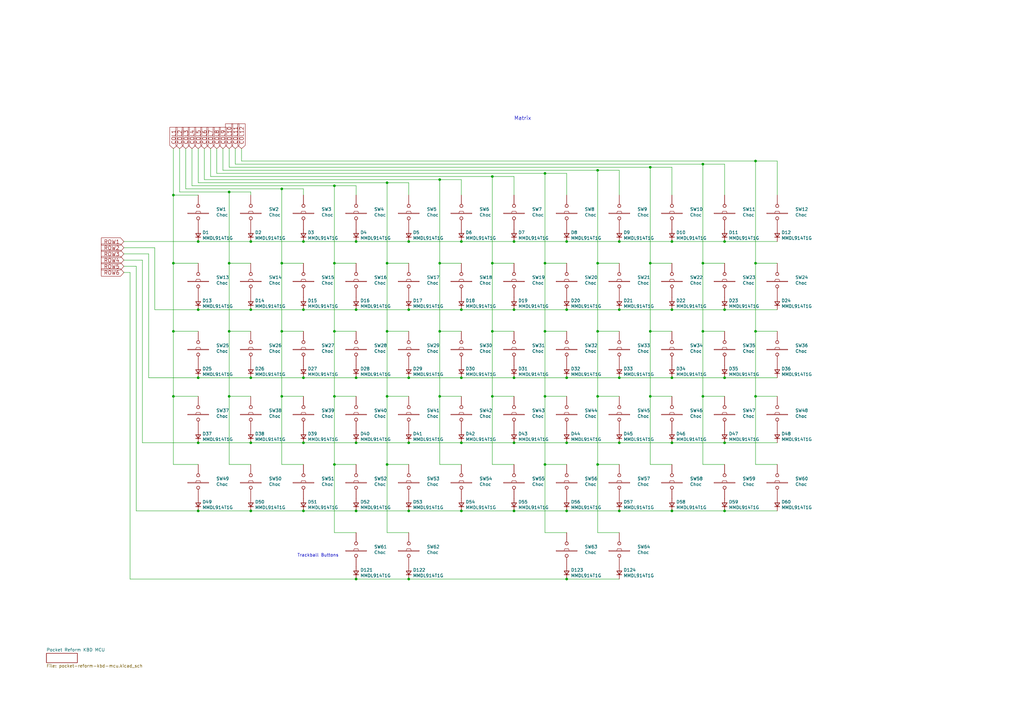
<source format=kicad_sch>
(kicad_sch (version 20211123) (generator eeschema)
  (paper "A3")
  (junction (at 115.57 77.47))
  (junction (at 137.16 135.89))
  (junction (at 297.18 209.55))
  (junction (at 167.64 209.55))
  (junction (at 223.52 135.89))
  (junction (at 137.16 162.56))
  (junction (at 210.82 209.55))
  (junction (at 210.82 181.61))
  (junction (at 146.05 99.06))
  (junction (at 93.98 135.89))
  (junction (at 223.52 162.56))
  (junction (at 158.75 162.56))
  (junction (at 146.05 209.55))
  (junction (at 201.93 135.89))
  (junction (at 115.57 135.89))
  (junction (at 232.41 209.55))
  (junction (at 167.64 99.06))
  (junction (at 245.11 190.5))
  (junction (at 275.59 99.06))
  (junction (at 158.75 74.93))
  (junction (at 309.88 107.95))
  (junction (at 245.11 107.95))
  (junction (at 167.64 237.49))
  (junction (at 309.88 162.56))
  (junction (at 167.64 154.94))
  (junction (at 266.7 162.56))
  (junction (at 288.29 162.56))
  (junction (at 158.75 190.5))
  (junction (at 275.59 209.55))
  (junction (at 158.75 107.95))
  (junction (at 223.52 190.5))
  (junction (at 288.29 67.31))
  (junction (at 254 209.55))
  (junction (at 93.98 162.56))
  (junction (at 115.57 162.56))
  (junction (at 71.12 107.95))
  (junction (at 266.7 68.58))
  (junction (at 137.16 107.95))
  (junction (at 275.59 154.94))
  (junction (at 102.87 127))
  (junction (at 93.98 78.74))
  (junction (at 210.82 154.94))
  (junction (at 167.64 127))
  (junction (at 71.12 135.89))
  (junction (at 180.34 73.66))
  (junction (at 232.41 99.06))
  (junction (at 266.7 135.89))
  (junction (at 189.23 99.06))
  (junction (at 201.93 162.56))
  (junction (at 102.87 99.06))
  (junction (at 81.28 127))
  (junction (at 189.23 181.61))
  (junction (at 254 181.61))
  (junction (at 254 154.94))
  (junction (at 102.87 181.61))
  (junction (at 81.28 181.61))
  (junction (at 93.98 107.95))
  (junction (at 124.46 127))
  (junction (at 124.46 181.61))
  (junction (at 297.18 154.94))
  (junction (at 297.18 127))
  (junction (at 158.75 135.89))
  (junction (at 232.41 237.49))
  (junction (at 102.87 209.55))
  (junction (at 245.11 69.85))
  (junction (at 232.41 181.61))
  (junction (at 137.16 190.5))
  (junction (at 201.93 72.39))
  (junction (at 254 127))
  (junction (at 81.28 99.06))
  (junction (at 288.29 107.95))
  (junction (at 124.46 154.94))
  (junction (at 146.05 237.49))
  (junction (at 254 99.06))
  (junction (at 189.23 209.55))
  (junction (at 309.88 66.04))
  (junction (at 210.82 99.06))
  (junction (at 180.34 107.95))
  (junction (at 297.18 181.61))
  (junction (at 245.11 135.89))
  (junction (at 232.41 127))
  (junction (at 297.18 99.06))
  (junction (at 124.46 99.06))
  (junction (at 71.12 162.56))
  (junction (at 124.46 209.55))
  (junction (at 210.82 127))
  (junction (at 223.52 71.12))
  (junction (at 245.11 162.56))
  (junction (at 146.05 127))
  (junction (at 115.57 107.95))
  (junction (at 167.64 181.61))
  (junction (at 266.7 107.95))
  (junction (at 189.23 127))
  (junction (at 81.28 209.55))
  (junction (at 275.59 127))
  (junction (at 137.16 76.2))
  (junction (at 275.59 181.61))
  (junction (at 146.05 154.94))
  (junction (at 201.93 107.95))
  (junction (at 81.28 154.94))
  (junction (at 71.12 80.01))
  (junction (at 146.05 181.61))
  (junction (at 180.34 135.89))
  (junction (at 288.29 135.89))
  (junction (at 180.34 162.56))
  (junction (at 309.88 135.89))
  (junction (at 189.23 154.94))
  (junction (at 223.52 107.95))
  (junction (at 232.41 154.94))
  (junction (at 102.87 154.94))
  (wire (pts (xy 71.12 135.89) (xy 71.12 162.56)))
  (wire (pts (xy 232.41 190.5) (xy 223.52 190.5)))
  (wire (pts (xy 266.7 107.95) (xy 266.7 135.89)))
  (wire (pts (xy 309.88 66.04) (xy 99.06 66.04)))
  (wire (pts (xy 58.42 181.61) (xy 81.28 181.61)))
  (wire (pts (xy 189.23 127) (xy 210.82 127)))
  (wire (pts (xy 232.41 237.49) (xy 254 237.49)))
  (wire (pts (xy 71.12 107.95) (xy 71.12 135.89)))
  (wire (pts (xy 167.64 181.61) (xy 189.23 181.61)))
  (wire (pts (xy 146.05 181.61) (xy 167.64 181.61)))
  (wire (pts (xy 124.46 209.55) (xy 146.05 209.55)))
  (wire (pts (xy 266.7 135.89) (xy 266.7 162.56)))
  (wire (pts (xy 245.11 107.95) (xy 245.11 135.89)))
  (wire (pts (xy 210.82 162.56) (xy 201.93 162.56)))
  (wire (pts (xy 223.52 162.56) (xy 223.52 190.5)))
  (wire (pts (xy 50.8 99.06) (xy 81.28 99.06)))
  (wire (pts (xy 201.93 162.56) (xy 201.93 190.5)))
  (wire (pts (xy 210.82 209.55) (xy 232.41 209.55)))
  (wire (pts (xy 288.29 67.31) (xy 288.29 107.95)))
  (wire (pts (xy 158.75 74.93) (xy 167.64 74.93)))
  (wire (pts (xy 146.05 154.94) (xy 167.64 154.94)))
  (wire (pts (xy 76.2 77.47) (xy 115.57 77.47)))
  (wire (pts (xy 146.05 99.06) (xy 167.64 99.06)))
  (wire (pts (xy 275.59 209.55) (xy 297.18 209.55)))
  (wire (pts (xy 309.88 162.56) (xy 309.88 190.5)))
  (wire (pts (xy 288.29 107.95) (xy 288.29 135.89)))
  (wire (pts (xy 266.7 162.56) (xy 266.7 190.5)))
  (wire (pts (xy 223.52 71.12) (xy 223.52 107.95)))
  (wire (pts (xy 318.77 107.95) (xy 309.88 107.95)))
  (wire (pts (xy 91.44 60.96) (xy 91.44 69.85)))
  (wire (pts (xy 167.64 162.56) (xy 158.75 162.56)))
  (wire (pts (xy 210.82 135.89) (xy 201.93 135.89)))
  (wire (pts (xy 210.82 99.06) (xy 232.41 99.06)))
  (wire (pts (xy 158.75 107.95) (xy 158.75 135.89)))
  (wire (pts (xy 254 162.56) (xy 245.11 162.56)))
  (wire (pts (xy 201.93 107.95) (xy 201.93 135.89)))
  (wire (pts (xy 266.7 68.58) (xy 266.7 107.95)))
  (wire (pts (xy 210.82 181.61) (xy 232.41 181.61)))
  (wire (pts (xy 81.28 190.5) (xy 71.12 190.5)))
  (wire (pts (xy 158.75 218.44) (xy 167.64 218.44)))
  (wire (pts (xy 137.16 76.2) (xy 146.05 76.2)))
  (wire (pts (xy 167.64 237.49) (xy 232.41 237.49)))
  (wire (pts (xy 124.46 107.95) (xy 115.57 107.95)))
  (wire (pts (xy 102.87 127) (xy 124.46 127)))
  (wire (pts (xy 115.57 162.56) (xy 115.57 190.5)))
  (wire (pts (xy 146.05 190.5) (xy 137.16 190.5)))
  (wire (pts (xy 167.64 154.94) (xy 189.23 154.94)))
  (wire (pts (xy 309.88 135.89) (xy 309.88 162.56)))
  (wire (pts (xy 146.05 237.49) (xy 167.64 237.49)))
  (wire (pts (xy 232.41 135.89) (xy 223.52 135.89)))
  (wire (pts (xy 146.05 162.56) (xy 137.16 162.56)))
  (wire (pts (xy 93.98 135.89) (xy 93.98 162.56)))
  (wire (pts (xy 76.2 60.96) (xy 76.2 77.47)))
  (wire (pts (xy 93.98 68.58) (xy 266.7 68.58)))
  (wire (pts (xy 71.12 60.96) (xy 71.12 80.01)))
  (wire (pts (xy 81.28 135.89) (xy 71.12 135.89)))
  (wire (pts (xy 71.12 80.01) (xy 71.12 107.95)))
  (wire (pts (xy 158.75 74.93) (xy 158.75 107.95)))
  (wire (pts (xy 88.9 60.96) (xy 88.9 71.12)))
  (wire (pts (xy 232.41 181.61) (xy 254 181.61)))
  (wire (pts (xy 50.8 111.76) (xy 53.34 111.76)))
  (wire (pts (xy 83.82 60.96) (xy 83.82 73.66)))
  (wire (pts (xy 223.52 218.44) (xy 232.41 218.44)))
  (wire (pts (xy 96.52 60.96) (xy 96.52 67.31)))
  (wire (pts (xy 93.98 107.95) (xy 93.98 135.89)))
  (wire (pts (xy 58.42 106.68) (xy 50.8 106.68)))
  (wire (pts (xy 146.05 107.95) (xy 137.16 107.95)))
  (wire (pts (xy 223.52 71.12) (xy 232.41 71.12)))
  (wire (pts (xy 102.87 162.56) (xy 93.98 162.56)))
  (wire (pts (xy 102.87 181.61) (xy 124.46 181.61)))
  (wire (pts (xy 297.18 154.94) (xy 318.77 154.94)))
  (wire (pts (xy 189.23 107.95) (xy 180.34 107.95)))
  (wire (pts (xy 115.57 107.95) (xy 115.57 135.89)))
  (wire (pts (xy 124.46 127) (xy 146.05 127)))
  (wire (pts (xy 81.28 80.01) (xy 71.12 80.01)))
  (wire (pts (xy 58.42 181.61) (xy 58.42 106.68)))
  (wire (pts (xy 189.23 154.94) (xy 210.82 154.94)))
  (wire (pts (xy 189.23 181.61) (xy 210.82 181.61)))
  (wire (pts (xy 124.46 162.56) (xy 115.57 162.56)))
  (wire (pts (xy 167.64 107.95) (xy 158.75 107.95)))
  (wire (pts (xy 81.28 181.61) (xy 102.87 181.61)))
  (wire (pts (xy 275.59 99.06) (xy 297.18 99.06)))
  (wire (pts (xy 81.28 99.06) (xy 102.87 99.06)))
  (wire (pts (xy 180.34 73.66) (xy 189.23 73.66)))
  (wire (pts (xy 232.41 162.56) (xy 223.52 162.56)))
  (wire (pts (xy 124.46 135.89) (xy 115.57 135.89)))
  (wire (pts (xy 146.05 209.55) (xy 167.64 209.55)))
  (wire (pts (xy 189.23 135.89) (xy 180.34 135.89)))
  (wire (pts (xy 318.77 135.89) (xy 309.88 135.89)))
  (wire (pts (xy 124.46 77.47) (xy 124.46 80.01)))
  (wire (pts (xy 93.98 162.56) (xy 93.98 190.5)))
  (wire (pts (xy 81.28 209.55) (xy 102.87 209.55)))
  (wire (pts (xy 137.16 218.44) (xy 137.16 190.5)))
  (wire (pts (xy 245.11 135.89) (xy 245.11 162.56)))
  (wire (pts (xy 88.9 71.12) (xy 223.52 71.12)))
  (wire (pts (xy 78.74 76.2) (xy 137.16 76.2)))
  (wire (pts (xy 297.18 209.55) (xy 318.77 209.55)))
  (wire (pts (xy 210.82 127) (xy 232.41 127)))
  (wire (pts (xy 86.36 60.96) (xy 86.36 72.39)))
  (wire (pts (xy 254 99.06) (xy 275.59 99.06)))
  (wire (pts (xy 297.18 162.56) (xy 288.29 162.56)))
  (wire (pts (xy 115.57 135.89) (xy 115.57 162.56)))
  (wire (pts (xy 245.11 69.85) (xy 245.11 107.95)))
  (wire (pts (xy 297.18 107.95) (xy 288.29 107.95)))
  (wire (pts (xy 55.88 109.22) (xy 55.88 209.55)))
  (wire (pts (xy 124.46 154.94) (xy 146.05 154.94)))
  (wire (pts (xy 288.29 190.5) (xy 297.18 190.5)))
  (wire (pts (xy 180.34 162.56) (xy 180.34 190.5)))
  (wire (pts (xy 86.36 72.39) (xy 201.93 72.39)))
  (wire (pts (xy 73.66 60.96) (xy 73.66 78.74)))
  (wire (pts (xy 60.96 104.14) (xy 60.96 154.94)))
  (wire (pts (xy 245.11 69.85) (xy 254 69.85)))
  (wire (pts (xy 297.18 99.06) (xy 318.77 99.06)))
  (wire (pts (xy 167.64 99.06) (xy 189.23 99.06)))
  (wire (pts (xy 102.87 135.89) (xy 93.98 135.89)))
  (wire (pts (xy 180.34 135.89) (xy 180.34 162.56)))
  (wire (pts (xy 102.87 107.95) (xy 93.98 107.95)))
  (wire (pts (xy 102.87 99.06) (xy 124.46 99.06)))
  (wire (pts (xy 167.64 127) (xy 189.23 127)))
  (wire (pts (xy 318.77 162.56) (xy 309.88 162.56)))
  (wire (pts (xy 275.59 107.95) (xy 266.7 107.95)))
  (wire (pts (xy 93.98 78.74) (xy 102.87 78.74)))
  (wire (pts (xy 180.34 190.5) (xy 189.23 190.5)))
  (wire (pts (xy 158.75 135.89) (xy 158.75 162.56)))
  (wire (pts (xy 91.44 69.85) (xy 245.11 69.85)))
  (wire (pts (xy 201.93 135.89) (xy 201.93 162.56)))
  (wire (pts (xy 115.57 77.47) (xy 124.46 77.47)))
  (wire (pts (xy 167.64 74.93) (xy 167.64 80.01)))
  (wire (pts (xy 167.64 135.89) (xy 158.75 135.89)))
  (wire (pts (xy 102.87 209.55) (xy 124.46 209.55)))
  (wire (pts (xy 167.64 209.55) (xy 189.23 209.55)))
  (wire (pts (xy 63.5 101.6) (xy 63.5 127)))
  (wire (pts (xy 146.05 76.2) (xy 146.05 80.01)))
  (wire (pts (xy 189.23 209.55) (xy 210.82 209.55)))
  (wire (pts (xy 78.74 60.96) (xy 78.74 76.2)))
  (wire (pts (xy 124.46 181.61) (xy 146.05 181.61)))
  (wire (pts (xy 210.82 107.95) (xy 201.93 107.95)))
  (wire (pts (xy 266.7 190.5) (xy 275.59 190.5)))
  (wire (pts (xy 102.87 190.5) (xy 93.98 190.5)))
  (wire (pts (xy 254 154.94) (xy 275.59 154.94)))
  (wire (pts (xy 124.46 99.06) (xy 146.05 99.06)))
  (wire (pts (xy 180.34 73.66) (xy 180.34 107.95)))
  (wire (pts (xy 318.77 66.04) (xy 318.77 80.01)))
  (wire (pts (xy 102.87 78.74) (xy 102.87 80.01)))
  (wire (pts (xy 71.12 162.56) (xy 71.12 190.5)))
  (wire (pts (xy 83.82 73.66) (xy 180.34 73.66)))
  (wire (pts (xy 245.11 190.5) (xy 245.11 218.44)))
  (wire (pts (xy 288.29 135.89) (xy 288.29 162.56)))
  (wire (pts (xy 254 69.85) (xy 254 80.01)))
  (wire (pts (xy 223.52 135.89) (xy 223.52 162.56)))
  (wire (pts (xy 93.98 68.58) (xy 93.98 60.96)))
  (wire (pts (xy 55.88 209.55) (xy 81.28 209.55)))
  (wire (pts (xy 254 209.55) (xy 275.59 209.55)))
  (wire (pts (xy 223.52 190.5) (xy 223.52 218.44)))
  (wire (pts (xy 189.23 162.56) (xy 180.34 162.56)))
  (wire (pts (xy 309.88 107.95) (xy 309.88 135.89)))
  (wire (pts (xy 245.11 162.56) (xy 245.11 190.5)))
  (wire (pts (xy 309.88 190.5) (xy 318.77 190.5)))
  (wire (pts (xy 288.29 67.31) (xy 297.18 67.31)))
  (wire (pts (xy 297.18 127) (xy 318.77 127)))
  (wire (pts (xy 115.57 77.47) (xy 115.57 107.95)))
  (wire (pts (xy 210.82 72.39) (xy 210.82 80.01)))
  (wire (pts (xy 223.52 107.95) (xy 223.52 135.89)))
  (wire (pts (xy 275.59 127) (xy 297.18 127)))
  (wire (pts (xy 180.34 107.95) (xy 180.34 135.89)))
  (wire (pts (xy 275.59 68.58) (xy 275.59 80.01)))
  (wire (pts (xy 81.28 154.94) (xy 102.87 154.94)))
  (wire (pts (xy 158.75 190.5) (xy 158.75 218.44)))
  (wire (pts (xy 81.28 107.95) (xy 71.12 107.95)))
  (wire (pts (xy 254 107.95) (xy 245.11 107.95)))
  (wire (pts (xy 99.06 66.04) (xy 99.06 60.96)))
  (wire (pts (xy 232.41 99.06) (xy 254 99.06)))
  (wire (pts (xy 189.23 73.66) (xy 189.23 80.01)))
  (wire (pts (xy 245.11 218.44) (xy 254 218.44)))
  (wire (pts (xy 189.23 99.06) (xy 210.82 99.06)))
  (wire (pts (xy 158.75 162.56) (xy 158.75 190.5)))
  (wire (pts (xy 297.18 67.31) (xy 297.18 80.01)))
  (wire (pts (xy 254 127) (xy 275.59 127)))
  (wire (pts (xy 96.52 67.31) (xy 288.29 67.31)))
  (wire (pts (xy 81.28 74.93) (xy 158.75 74.93)))
  (wire (pts (xy 73.66 78.74) (xy 93.98 78.74)))
  (wire (pts (xy 288.29 162.56) (xy 288.29 190.5)))
  (wire (pts (xy 201.93 72.39) (xy 201.93 107.95)))
  (wire (pts (xy 146.05 127) (xy 167.64 127)))
  (wire (pts (xy 232.41 154.94) (xy 254 154.94)))
  (wire (pts (xy 102.87 154.94) (xy 124.46 154.94)))
  (wire (pts (xy 232.41 71.12) (xy 232.41 80.01)))
  (wire (pts (xy 146.05 218.44) (xy 137.16 218.44)))
  (wire (pts (xy 275.59 154.94) (xy 297.18 154.94)))
  (wire (pts (xy 146.05 135.89) (xy 137.16 135.89)))
  (wire (pts (xy 297.18 135.89) (xy 288.29 135.89)))
  (wire (pts (xy 232.41 127) (xy 254 127)))
  (wire (pts (xy 210.82 154.94) (xy 232.41 154.94)))
  (wire (pts (xy 93.98 78.74) (xy 93.98 107.95)))
  (wire (pts (xy 158.75 190.5) (xy 167.64 190.5)))
  (wire (pts (xy 245.11 190.5) (xy 254 190.5)))
  (wire (pts (xy 137.16 135.89) (xy 137.16 162.56)))
  (wire (pts (xy 81.28 127) (xy 102.87 127)))
  (wire (pts (xy 50.8 104.14) (xy 60.96 104.14)))
  (wire (pts (xy 124.46 190.5) (xy 115.57 190.5)))
  (wire (pts (xy 275.59 181.61) (xy 297.18 181.61)))
  (wire (pts (xy 266.7 162.56) (xy 275.59 162.56)))
  (wire (pts (xy 266.7 135.89) (xy 275.59 135.89)))
  (wire (pts (xy 254 135.89) (xy 245.11 135.89)))
  (wire (pts (xy 254 181.61) (xy 275.59 181.61)))
  (wire (pts (xy 50.8 101.6) (xy 63.5 101.6)))
  (wire (pts (xy 81.28 60.96) (xy 81.28 74.93)))
  (wire (pts (xy 71.12 162.56) (xy 81.28 162.56)))
  (wire (pts (xy 63.5 127) (xy 81.28 127)))
  (wire (pts (xy 201.93 190.5) (xy 210.82 190.5)))
  (wire (pts (xy 53.34 111.76) (xy 53.34 237.49)))
  (wire (pts (xy 232.41 209.55) (xy 254 209.55)))
  (wire (pts (xy 309.88 66.04) (xy 309.88 107.95)))
  (wire (pts (xy 60.96 154.94) (xy 81.28 154.94)))
  (wire (pts (xy 137.16 107.95) (xy 137.16 135.89)))
  (wire (pts (xy 232.41 107.95) (xy 223.52 107.95)))
  (wire (pts (xy 50.8 109.22) (xy 55.88 109.22)))
  (wire (pts (xy 53.34 237.49) (xy 146.05 237.49)))
  (wire (pts (xy 137.16 162.56) (xy 137.16 190.5)))
  (wire (pts (xy 297.18 181.61) (xy 318.77 181.61)))
  (wire (pts (xy 201.93 72.39) (xy 210.82 72.39)))
  (wire (pts (xy 309.88 66.04) (xy 318.77 66.04)))
  (wire (pts (xy 266.7 68.58) (xy 275.59 68.58)))
  (wire (pts (xy 137.16 76.2) (xy 137.16 107.95)))
  (text "Trackball Buttons" (at 121.92 228.6 0) (effects (font (size 1.27 1.27)) (justify left bottom)))
  (text "Matrix" (at 210.82 49.53 0) (effects (font (size 1.524 1.524)) (justify left bottom)))
  (global_label "COL2" (shape input) (at 73.66 60.96 90) (effects (font (size 1.524 1.524))) (property "Intersheet References" "${INTERSHEET_REFS}" (effects hide)))
  (global_label "COL1" (shape input) (at 71.12 60.96 90) (effects (font (size 1.524 1.524))) (property "Intersheet References" "${INTERSHEET_REFS}" (effects hide)))
  (global_label "ROW5" (shape input) (at 50.8 109.22 180) (effects (font (size 1.524 1.524))) (property "Intersheet References" "${INTERSHEET_REFS}" (effects hide)))
  (global_label "COL4" (shape input) (at 78.74 60.96 90) (effects (font (size 1.524 1.524))) (property "Intersheet References" "${INTERSHEET_REFS}" (effects hide)))
  (global_label "COL11" (shape input) (at 96.52 60.96 90) (effects (font (size 1.524 1.524))) (property "Intersheet References" "${INTERSHEET_REFS}" (effects hide)))
  (global_label "ROW1" (shape input) (at 50.8 99.06 180) (effects (font (size 1.524 1.524))) (property "Intersheet References" "${INTERSHEET_REFS}" (effects hide)))
  (global_label "COL8" (shape input) (at 88.9 60.96 90) (effects (font (size 1.524 1.524))) (property "Intersheet References" "${INTERSHEET_REFS}" (effects hide)))
  (global_label "COL12" (shape input) (at 99.06 60.96 90) (effects (font (size 1.524 1.524))) (property "Intersheet References" "${INTERSHEET_REFS}" (effects hide)))
  (global_label "ROW4" (shape input) (at 50.8 106.68 180) (effects (font (size 1.524 1.524))) (property "Intersheet References" "${INTERSHEET_REFS}" (effects hide)))
  (global_label "COL6" (shape input) (at 83.82 60.96 90) (effects (font (size 1.524 1.524))) (property "Intersheet References" "${INTERSHEET_REFS}" (effects hide)))
  (global_label "COL10" (shape input) (at 93.98 60.96 90) (effects (font (size 1.524 1.524))) (property "Intersheet References" "${INTERSHEET_REFS}" (effects hide)))
  (global_label "COL3" (shape input) (at 76.2 60.96 90) (effects (font (size 1.524 1.524))) (property "Intersheet References" "${INTERSHEET_REFS}" (effects hide)))
  (global_label "COL5" (shape input) (at 81.28 60.96 90) (effects (font (size 1.524 1.524))) (property "Intersheet References" "${INTERSHEET_REFS}" (effects hide)))
  (global_label "ROW3" (shape input) (at 50.8 104.14 180) (effects (font (size 1.524 1.524))) (property "Intersheet References" "${INTERSHEET_REFS}" (effects hide)))
  (global_label "ROW2" (shape input) (at 50.8 101.6 180) (effects (font (size 1.524 1.524))) (property "Intersheet References" "${INTERSHEET_REFS}" (effects hide)))
  (global_label "COL7" (shape input) (at 86.36 60.96 90) (effects (font (size 1.524 1.524))) (property "Intersheet References" "${INTERSHEET_REFS}" (effects hide)))
  (global_label "COL9" (shape input) (at 91.44 60.96 90) (effects (font (size 1.524 1.524))) (property "Intersheet References" "${INTERSHEET_REFS}" (effects hide)))
  (global_label "ROW6" (shape input) (at 50.8 111.76 180) (effects (font (size 1.524 1.524))) (property "Intersheet References" "${INTERSHEET_REFS}" (effects hide)))
  (symbol (lib_id "mntcomp-keyboard:Choc") (at 81.28 88.9 0) (unit 1)
    (property "Reference" "SW1" (at 88.6714 85.8266 0) (effects (justify left)))
    (property "Value" "Choc" (at 88.6714 88.138 0) (effects (justify left)))
    (property "Footprint" "keyswitches:PG1350" (effects hide))
    (property "Manufacturer" "Kailh" (effects hide))
    (property "Manufacturer_No" "CPG135001D02" (effects hide))
    (property "LCSC" "C400231" (effects hide))
  )
  (symbol (lib_id "mntcomp-keyboard:Choc") (at 102.87 88.9 0) (unit 1)
    (property "Reference" "SW2" (at 110.2614 85.8266 0) (effects (justify left)))
    (property "Value" "Choc" (at 110.2614 88.138 0) (effects (justify left)))
    (property "Footprint" "keyswitches:PG1350" (effects hide))
    (property "Manufacturer" "Kailh" (effects hide))
    (property "Manufacturer_No" "CPG135001D02" (effects hide))
    (property "LCSC" "C400231" (effects hide))
  )
  (symbol (lib_id "Device:D_Small") (at 81.28 96.52 90) (unit 1)
    (property "Reference" "D1" (at 83.0072 95.3516 90) (effects (justify right)))
    (property "Value" "MMDL914T1G" (at 83.0072 97.663 90) (effects (justify right)))
    (property "Footprint" "Diode_SMD:D_0603_1608Metric_Pad1.05x0.95mm_HandSolder" (effects hide))
    (property "Manufacturer" "ON" (effects hide))
    (property "Manufacturer_No" "MMDL914T1G" (effects hide))
    (property "LCSC" "C193404" (effects hide))
  )
  (symbol (lib_id "Device:D_Small") (at 102.87 96.52 90) (unit 1)
    (property "Reference" "D2" (at 104.5972 95.3516 90) (effects (justify right)))
    (property "Value" "MMDL914T1G" (at 104.5972 97.663 90) (effects (justify right)))
    (property "Footprint" "Diode_SMD:D_0603_1608Metric_Pad1.05x0.95mm_HandSolder" (effects hide))
    (property "Manufacturer" "ON" (effects hide))
    (property "Manufacturer_No" "MMDL914T1G" (effects hide))
    (property "LCSC" "C193404" (effects hide))
  )
  (symbol (lib_id "mntcomp-keyboard:Choc") (at 124.46 88.9 0) (unit 1)
    (property "Reference" "SW3" (at 131.8514 85.8266 0) (effects (justify left)))
    (property "Value" "Choc" (at 131.8514 88.138 0) (effects (justify left)))
    (property "Footprint" "keyswitches:PG1350" (effects hide))
    (property "Manufacturer" "Kailh" (effects hide))
    (property "Manufacturer_No" "CPG135001D02" (effects hide))
    (property "LCSC" "C400231" (effects hide))
  )
  (symbol (lib_id "mntcomp-keyboard:Choc") (at 146.05 88.9 0) (unit 1)
    (property "Reference" "SW4" (at 153.4414 85.8266 0) (effects (justify left)))
    (property "Value" "Choc" (at 153.4414 88.138 0) (effects (justify left)))
    (property "Footprint" "keyswitches:PG1350" (effects hide))
    (property "Manufacturer" "Kailh" (effects hide))
    (property "Manufacturer_No" "CPG135001D02" (effects hide))
    (property "LCSC" "C400231" (effects hide))
  )
  (symbol (lib_id "Device:D_Small") (at 124.46 96.52 90) (unit 1)
    (property "Reference" "D3" (at 126.1872 95.3516 90) (effects (justify right)))
    (property "Value" "MMDL914T1G" (at 126.1872 97.663 90) (effects (justify right)))
    (property "Footprint" "Diode_SMD:D_0603_1608Metric_Pad1.05x0.95mm_HandSolder" (effects hide))
    (property "Manufacturer" "ON" (effects hide))
    (property "Manufacturer_No" "MMDL914T1G" (effects hide))
    (property "LCSC" "C193404" (effects hide))
  )
  (symbol (lib_id "Device:D_Small") (at 146.05 96.52 90) (unit 1)
    (property "Reference" "D4" (at 147.7772 95.3516 90) (effects (justify right)))
    (property "Value" "MMDL914T1G" (at 147.7772 97.663 90) (effects (justify right)))
    (property "Footprint" "Diode_SMD:D_0603_1608Metric_Pad1.05x0.95mm_HandSolder" (effects hide))
    (property "Manufacturer" "ON" (effects hide))
    (property "Manufacturer_No" "MMDL914T1G" (effects hide))
    (property "LCSC" "C193404" (effects hide))
  )
  (symbol (lib_id "mntcomp-keyboard:Choc") (at 167.64 88.9 0) (unit 1)
    (property "Reference" "SW5" (at 175.0314 85.8266 0) (effects (justify left)))
    (property "Value" "Choc" (at 175.0314 88.138 0) (effects (justify left)))
    (property "Footprint" "keyswitches:PG1350" (effects hide))
    (property "Manufacturer" "Kailh" (effects hide))
    (property "Manufacturer_No" "CPG135001D02" (effects hide))
    (property "LCSC" "C400231" (effects hide))
  )
  (symbol (lib_id "mntcomp-keyboard:Choc") (at 189.23 88.9 0) (unit 1)
    (property "Reference" "SW6" (at 196.6214 85.8266 0) (effects (justify left)))
    (property "Value" "Choc" (at 196.6214 88.138 0) (effects (justify left)))
    (property "Footprint" "keyswitches:PG1350" (effects hide))
    (property "Manufacturer" "Kailh" (effects hide))
    (property "Manufacturer_No" "CPG135001D02" (effects hide))
    (property "LCSC" "C400231" (effects hide))
  )
  (symbol (lib_id "Device:D_Small") (at 167.64 96.52 90) (unit 1)
    (property "Reference" "D5" (at 169.3672 95.3516 90) (effects (justify right)))
    (property "Value" "MMDL914T1G" (at 169.3672 97.663 90) (effects (justify right)))
    (property "Footprint" "Diode_SMD:D_0603_1608Metric_Pad1.05x0.95mm_HandSolder" (effects hide))
    (property "Manufacturer" "ON" (effects hide))
    (property "Manufacturer_No" "MMDL914T1G" (effects hide))
    (property "LCSC" "C193404" (effects hide))
  )
  (symbol (lib_id "Device:D_Small") (at 189.23 96.52 90) (unit 1)
    (property "Reference" "D6" (at 190.9572 95.3516 90) (effects (justify right)))
    (property "Value" "MMDL914T1G" (at 190.9572 97.663 90) (effects (justify right)))
    (property "Footprint" "Diode_SMD:D_0603_1608Metric_Pad1.05x0.95mm_HandSolder" (effects hide))
    (property "Manufacturer" "ON" (effects hide))
    (property "Manufacturer_No" "MMDL914T1G" (effects hide))
    (property "LCSC" "C193404" (effects hide))
  )
  (symbol (lib_id "mntcomp-keyboard:Choc") (at 210.82 88.9 0) (unit 1)
    (property "Reference" "SW7" (at 218.2114 85.8266 0) (effects (justify left)))
    (property "Value" "Choc" (at 218.2114 88.138 0) (effects (justify left)))
    (property "Footprint" "keyswitches:PG1350" (effects hide))
    (property "Manufacturer" "Kailh" (effects hide))
    (property "Manufacturer_No" "CPG135001D02" (effects hide))
    (property "LCSC" "C400231" (effects hide))
  )
  (symbol (lib_id "mntcomp-keyboard:Choc") (at 232.41 88.9 0) (unit 1)
    (property "Reference" "SW8" (at 239.8014 85.8266 0) (effects (justify left)))
    (property "Value" "Choc" (at 239.8014 88.138 0) (effects (justify left)))
    (property "Footprint" "keyswitches:PG1350" (effects hide))
    (property "Manufacturer" "Kailh" (effects hide))
    (property "Manufacturer_No" "CPG135001D02" (effects hide))
    (property "LCSC" "C400231" (effects hide))
  )
  (symbol (lib_id "Device:D_Small") (at 210.82 96.52 90) (unit 1)
    (property "Reference" "D7" (at 212.5472 95.3516 90) (effects (justify right)))
    (property "Value" "MMDL914T1G" (at 212.5472 97.663 90) (effects (justify right)))
    (property "Footprint" "Diode_SMD:D_0603_1608Metric_Pad1.05x0.95mm_HandSolder" (effects hide))
    (property "Manufacturer" "ON" (effects hide))
    (property "Manufacturer_No" "MMDL914T1G" (effects hide))
    (property "LCSC" "C193404" (effects hide))
  )
  (symbol (lib_id "Device:D_Small") (at 232.41 96.52 90) (unit 1)
    (property "Reference" "D8" (at 234.1372 95.3516 90) (effects (justify right)))
    (property "Value" "MMDL914T1G" (at 234.1372 97.663 90) (effects (justify right)))
    (property "Footprint" "Diode_SMD:D_0603_1608Metric_Pad1.05x0.95mm_HandSolder" (effects hide))
    (property "Manufacturer" "ON" (effects hide))
    (property "Manufacturer_No" "MMDL914T1G" (effects hide))
    (property "LCSC" "C193404" (effects hide))
  )
  (symbol (lib_id "mntcomp-keyboard:Choc") (at 254 88.9 0) (unit 1)
    (property "Reference" "SW9" (at 261.3914 85.8266 0) (effects (justify left)))
    (property "Value" "Choc" (at 261.3914 88.138 0) (effects (justify left)))
    (property "Footprint" "keyswitches:PG1350" (effects hide))
    (property "Manufacturer" "Kailh" (effects hide))
    (property "Manufacturer_No" "CPG135001D02" (effects hide))
    (property "LCSC" "C400231" (effects hide))
  )
  (symbol (lib_id "mntcomp-keyboard:Choc") (at 275.59 88.9 0) (unit 1)
    (property "Reference" "SW10" (at 282.9814 85.8266 0) (effects (justify left)))
    (property "Value" "Choc" (at 282.9814 88.138 0) (effects (justify left)))
    (property "Footprint" "keyswitches:PG1350" (effects hide))
    (property "Manufacturer" "Kailh" (effects hide))
    (property "Manufacturer_No" "CPG135001D02" (effects hide))
    (property "LCSC" "C400231" (effects hide))
  )
  (symbol (lib_id "Device:D_Small") (at 254 96.52 90) (unit 1)
    (property "Reference" "D9" (at 255.7272 95.3516 90) (effects (justify right)))
    (property "Value" "MMDL914T1G" (at 255.7272 97.663 90) (effects (justify right)))
    (property "Footprint" "Diode_SMD:D_0603_1608Metric_Pad1.05x0.95mm_HandSolder" (effects hide))
    (property "Manufacturer" "ON" (effects hide))
    (property "Manufacturer_No" "MMDL914T1G" (effects hide))
    (property "LCSC" "C193404" (effects hide))
  )
  (symbol (lib_id "Device:D_Small") (at 275.59 96.52 90) (unit 1)
    (property "Reference" "D10" (at 277.3172 95.3516 90) (effects (justify right)))
    (property "Value" "MMDL914T1G" (at 277.3172 97.663 90) (effects (justify right)))
    (property "Footprint" "Diode_SMD:D_0603_1608Metric_Pad1.05x0.95mm_HandSolder" (effects hide))
    (property "Manufacturer" "ON" (effects hide))
    (property "Manufacturer_No" "MMDL914T1G" (effects hide))
    (property "LCSC" "C193404" (effects hide))
  )
  (symbol (lib_id "mntcomp-keyboard:Choc") (at 297.18 88.9 0) (unit 1)
    (property "Reference" "SW11" (at 304.5714 85.8266 0) (effects (justify left)))
    (property "Value" "Choc" (at 304.5714 88.138 0) (effects (justify left)))
    (property "Footprint" "keyswitches:PG1350" (effects hide))
    (property "Manufacturer" "Kailh" (effects hide))
    (property "Manufacturer_No" "CPG135001D02" (effects hide))
    (property "LCSC" "C400231" (effects hide))
  )
  (symbol (lib_id "Device:D_Small") (at 297.18 96.52 90) (unit 1)
    (property "Reference" "D11" (at 298.9072 95.3516 90) (effects (justify right)))
    (property "Value" "MMDL914T1G" (at 298.9072 97.663 90) (effects (justify right)))
    (property "Footprint" "Diode_SMD:D_0603_1608Metric_Pad1.05x0.95mm_HandSolder" (effects hide))
    (property "Manufacturer" "ON" (effects hide))
    (property "Manufacturer_No" "MMDL914T1G" (effects hide))
    (property "LCSC" "C193404" (effects hide))
  )
  (symbol (lib_id "mntcomp-keyboard:Choc") (at 102.87 116.84 0) (unit 1)
    (property "Reference" "SW14" (at 110.2614 113.7666 0) (effects (justify left)))
    (property "Value" "Choc" (at 110.2614 116.078 0) (effects (justify left)))
    (property "Footprint" "keyswitches:PG1350" (effects hide))
    (property "Manufacturer" "Kailh" (effects hide))
    (property "Manufacturer_No" "CPG135001D02" (effects hide))
    (property "LCSC" "C400231" (effects hide))
  )
  (symbol (lib_id "mntcomp-keyboard:Choc") (at 124.46 116.84 0) (unit 1)
    (property "Reference" "SW15" (at 131.8514 113.7666 0) (effects (justify left)))
    (property "Value" "Choc" (at 131.8514 116.078 0) (effects (justify left)))
    (property "Footprint" "keyswitches:PG1350" (effects hide))
    (property "Manufacturer" "Kailh" (effects hide))
    (property "Manufacturer_No" "CPG135001D02" (effects hide))
    (property "LCSC" "C400231" (effects hide))
  )
  (symbol (lib_id "Device:D_Small") (at 102.87 124.46 90) (unit 1)
    (property "Reference" "D14" (at 104.5972 123.2916 90) (effects (justify right)))
    (property "Value" "MMDL914T1G" (at 104.5972 125.603 90) (effects (justify right)))
    (property "Footprint" "Diode_SMD:D_0603_1608Metric_Pad1.05x0.95mm_HandSolder" (effects hide))
    (property "Manufacturer" "ON" (effects hide))
    (property "Manufacturer_No" "MMDL914T1G" (effects hide))
    (property "LCSC" "C193404" (effects hide))
  )
  (symbol (lib_id "Device:D_Small") (at 124.46 124.46 90) (unit 1)
    (property "Reference" "D15" (at 126.1872 123.2916 90) (effects (justify right)))
    (property "Value" "MMDL914T1G" (at 126.1872 125.603 90) (effects (justify right)))
    (property "Footprint" "Diode_SMD:D_0603_1608Metric_Pad1.05x0.95mm_HandSolder" (effects hide))
    (property "Manufacturer" "ON" (effects hide))
    (property "Manufacturer_No" "MMDL914T1G" (effects hide))
    (property "LCSC" "C193404" (effects hide))
  )
  (symbol (lib_id "mntcomp-keyboard:Choc") (at 146.05 116.84 0) (unit 1)
    (property "Reference" "SW16" (at 153.4414 113.7666 0) (effects (justify left)))
    (property "Value" "Choc" (at 153.4414 116.078 0) (effects (justify left)))
    (property "Footprint" "keyswitches:PG1350" (effects hide))
    (property "Manufacturer" "Kailh" (effects hide))
    (property "Manufacturer_No" "CPG135001D02" (effects hide))
    (property "LCSC" "C400231" (effects hide))
  )
  (symbol (lib_id "mntcomp-keyboard:Choc") (at 167.64 116.84 0) (unit 1)
    (property "Reference" "SW17" (at 175.0314 113.7666 0) (effects (justify left)))
    (property "Value" "Choc" (at 175.0314 116.078 0) (effects (justify left)))
    (property "Footprint" "keyswitches:PG1350" (effects hide))
    (property "Manufacturer" "Kailh" (effects hide))
    (property "Manufacturer_No" "CPG135001D02" (effects hide))
    (property "LCSC" "C400231" (effects hide))
  )
  (symbol (lib_id "Device:D_Small") (at 146.05 124.46 90) (unit 1)
    (property "Reference" "D16" (at 147.7772 123.2916 90) (effects (justify right)))
    (property "Value" "MMDL914T1G" (at 147.7772 125.603 90) (effects (justify right)))
    (property "Footprint" "Diode_SMD:D_0603_1608Metric_Pad1.05x0.95mm_HandSolder" (effects hide))
    (property "Manufacturer" "ON" (effects hide))
    (property "Manufacturer_No" "MMDL914T1G" (effects hide))
    (property "LCSC" "C193404" (effects hide))
  )
  (symbol (lib_id "Device:D_Small") (at 167.64 124.46 90) (unit 1)
    (property "Reference" "D17" (at 169.3672 123.2916 90) (effects (justify right)))
    (property "Value" "MMDL914T1G" (at 169.3672 125.603 90) (effects (justify right)))
    (property "Footprint" "Diode_SMD:D_0603_1608Metric_Pad1.05x0.95mm_HandSolder" (effects hide))
    (property "Manufacturer" "ON" (effects hide))
    (property "Manufacturer_No" "MMDL914T1G" (effects hide))
    (property "LCSC" "C193404" (effects hide))
  )
  (symbol (lib_id "mntcomp-keyboard:Choc") (at 189.23 116.84 0) (unit 1)
    (property "Reference" "SW18" (at 196.6214 113.7666 0) (effects (justify left)))
    (property "Value" "Choc" (at 196.6214 116.078 0) (effects (justify left)))
    (property "Footprint" "keyswitches:PG1350" (effects hide))
    (property "Manufacturer" "Kailh" (effects hide))
    (property "Manufacturer_No" "CPG135001D02" (effects hide))
    (property "LCSC" "C400231" (effects hide))
  )
  (symbol (lib_id "mntcomp-keyboard:Choc") (at 210.82 116.84 0) (unit 1)
    (property "Reference" "SW19" (at 218.2114 113.7666 0) (effects (justify left)))
    (property "Value" "Choc" (at 218.2114 116.078 0) (effects (justify left)))
    (property "Footprint" "keyswitches:PG1350" (effects hide))
    (property "Manufacturer" "Kailh" (effects hide))
    (property "Manufacturer_No" "CPG135001D02" (effects hide))
    (property "LCSC" "C400231" (effects hide))
  )
  (symbol (lib_id "Device:D_Small") (at 189.23 124.46 90) (unit 1)
    (property "Reference" "D18" (at 190.9572 123.2916 90) (effects (justify right)))
    (property "Value" "MMDL914T1G" (at 190.9572 125.603 90) (effects (justify right)))
    (property "Footprint" "Diode_SMD:D_0603_1608Metric_Pad1.05x0.95mm_HandSolder" (effects hide))
    (property "Manufacturer" "ON" (effects hide))
    (property "Manufacturer_No" "MMDL914T1G" (effects hide))
    (property "LCSC" "C193404" (effects hide))
  )
  (symbol (lib_id "Device:D_Small") (at 210.82 124.46 90) (unit 1)
    (property "Reference" "D19" (at 212.5472 123.2916 90) (effects (justify right)))
    (property "Value" "MMDL914T1G" (at 212.5472 125.603 90) (effects (justify right)))
    (property "Footprint" "Diode_SMD:D_0603_1608Metric_Pad1.05x0.95mm_HandSolder" (effects hide))
    (property "Manufacturer" "ON" (effects hide))
    (property "Manufacturer_No" "MMDL914T1G" (effects hide))
    (property "LCSC" "C193404" (effects hide))
  )
  (symbol (lib_id "mntcomp-keyboard:Choc") (at 232.41 116.84 0) (unit 1)
    (property "Reference" "SW20" (at 239.8014 113.7666 0) (effects (justify left)))
    (property "Value" "Choc" (at 239.8014 116.078 0) (effects (justify left)))
    (property "Footprint" "keyswitches:PG1350" (effects hide))
    (property "Manufacturer" "Kailh" (effects hide))
    (property "Manufacturer_No" "CPG135001D02" (effects hide))
    (property "LCSC" "C400231" (effects hide))
  )
  (symbol (lib_id "mntcomp-keyboard:Choc") (at 254 116.84 0) (unit 1)
    (property "Reference" "SW21" (at 261.3914 113.7666 0) (effects (justify left)))
    (property "Value" "Choc" (at 261.3914 116.078 0) (effects (justify left)))
    (property "Footprint" "keyswitches:PG1350" (effects hide))
    (property "Manufacturer" "Kailh" (effects hide))
    (property "Manufacturer_No" "CPG135001D02" (effects hide))
    (property "LCSC" "C400231" (effects hide))
  )
  (symbol (lib_id "Device:D_Small") (at 232.41 124.46 90) (unit 1)
    (property "Reference" "D20" (at 234.1372 123.2916 90) (effects (justify right)))
    (property "Value" "MMDL914T1G" (at 234.1372 125.603 90) (effects (justify right)))
    (property "Footprint" "Diode_SMD:D_0603_1608Metric_Pad1.05x0.95mm_HandSolder" (effects hide))
    (property "Manufacturer" "ON" (effects hide))
    (property "Manufacturer_No" "MMDL914T1G" (effects hide))
    (property "LCSC" "C193404" (effects hide))
  )
  (symbol (lib_id "Device:D_Small") (at 254 124.46 90) (unit 1)
    (property "Reference" "D21" (at 255.7272 123.2916 90) (effects (justify right)))
    (property "Value" "MMDL914T1G" (at 255.7272 125.603 90) (effects (justify right)))
    (property "Footprint" "Diode_SMD:D_0603_1608Metric_Pad1.05x0.95mm_HandSolder" (effects hide))
    (property "Manufacturer" "ON" (effects hide))
    (property "Manufacturer_No" "MMDL914T1G" (effects hide))
    (property "LCSC" "C193404" (effects hide))
  )
  (symbol (lib_id "mntcomp-keyboard:Choc") (at 275.59 116.84 0) (unit 1)
    (property "Reference" "SW22" (at 282.9814 113.7666 0) (effects (justify left)))
    (property "Value" "Choc" (at 282.9814 116.078 0) (effects (justify left)))
    (property "Footprint" "keyswitches:PG1350" (effects hide))
    (property "Manufacturer" "Kailh" (effects hide))
    (property "Manufacturer_No" "CPG135001D02" (effects hide))
    (property "LCSC" "C400231" (effects hide))
  )
  (symbol (lib_id "mntcomp-keyboard:Choc") (at 297.18 116.84 0) (unit 1)
    (property "Reference" "SW23" (at 304.5714 113.7666 0) (effects (justify left)))
    (property "Value" "Choc" (at 304.5714 116.078 0) (effects (justify left)))
    (property "Footprint" "keyswitches:PG1350" (effects hide))
    (property "Manufacturer" "Kailh" (effects hide))
    (property "Manufacturer_No" "CPG135001D02" (effects hide))
    (property "LCSC" "C400231" (effects hide))
  )
  (symbol (lib_id "Device:D_Small") (at 275.59 124.46 90) (unit 1)
    (property "Reference" "D22" (at 277.3172 123.2916 90) (effects (justify right)))
    (property "Value" "MMDL914T1G" (at 277.3172 125.603 90) (effects (justify right)))
    (property "Footprint" "Diode_SMD:D_0603_1608Metric_Pad1.05x0.95mm_HandSolder" (effects hide))
    (property "Manufacturer" "ON" (effects hide))
    (property "Manufacturer_No" "MMDL914T1G" (effects hide))
    (property "LCSC" "C193404" (effects hide))
  )
  (symbol (lib_id "Device:D_Small") (at 297.18 124.46 90) (unit 1)
    (property "Reference" "D23" (at 298.9072 123.2916 90) (effects (justify right)))
    (property "Value" "MMDL914T1G" (at 298.9072 125.603 90) (effects (justify right)))
    (property "Footprint" "Diode_SMD:D_0603_1608Metric_Pad1.05x0.95mm_HandSolder" (effects hide))
    (property "Manufacturer" "ON" (effects hide))
    (property "Manufacturer_No" "MMDL914T1G" (effects hide))
    (property "LCSC" "C193404" (effects hide))
  )
  (symbol (lib_id "mntcomp-keyboard:Choc") (at 81.28 144.78 0) (unit 1)
    (property "Reference" "SW25" (at 88.6714 141.7066 0) (effects (justify left)))
    (property "Value" "Choc" (at 88.6714 144.018 0) (effects (justify left)))
    (property "Footprint" "keyswitches:PG1350" (effects hide))
    (property "Manufacturer" "Kailh" (effects hide))
    (property "Manufacturer_No" "CPG135001D02" (effects hide))
    (property "LCSC" "C400231" (effects hide))
  )
  (symbol (lib_id "Device:D_Small") (at 81.28 152.4 90) (unit 1)
    (property "Reference" "D25" (at 83.0072 151.2316 90) (effects (justify right)))
    (property "Value" "MMDL914T1G" (at 83.0072 153.543 90) (effects (justify right)))
    (property "Footprint" "Diode_SMD:D_0603_1608Metric_Pad1.05x0.95mm_HandSolder" (effects hide))
    (property "Manufacturer" "ON" (effects hide))
    (property "Manufacturer_No" "MMDL914T1G" (effects hide))
    (property "LCSC" "C193404" (effects hide))
  )
  (symbol (lib_id "mntcomp-keyboard:Choc") (at 102.87 144.78 0) (unit 1)
    (property "Reference" "SW26" (at 110.2614 141.7066 0) (effects (justify left)))
    (property "Value" "Choc" (at 110.2614 144.018 0) (effects (justify left)))
    (property "Footprint" "keyswitches:PG1350" (effects hide))
    (property "Manufacturer" "Kailh" (effects hide))
    (property "Manufacturer_No" "CPG135001D02" (effects hide))
    (property "LCSC" "C400231" (effects hide))
  )
  (symbol (lib_id "mntcomp-keyboard:Choc") (at 124.46 144.78 0) (unit 1)
    (property "Reference" "SW27" (at 131.8514 141.7066 0) (effects (justify left)))
    (property "Value" "Choc" (at 131.8514 144.018 0) (effects (justify left)))
    (property "Footprint" "keyswitches:PG1350" (effects hide))
    (property "Manufacturer" "Kailh" (effects hide))
    (property "Manufacturer_No" "CPG135001D02" (effects hide))
    (property "LCSC" "C400231" (effects hide))
  )
  (symbol (lib_id "Device:D_Small") (at 102.87 152.4 90) (unit 1)
    (property "Reference" "D26" (at 104.5972 151.2316 90) (effects (justify right)))
    (property "Value" "MMDL914T1G" (at 104.5972 153.543 90) (effects (justify right)))
    (property "Footprint" "Diode_SMD:D_0603_1608Metric_Pad1.05x0.95mm_HandSolder" (effects hide))
    (property "Manufacturer" "ON" (effects hide))
    (property "Manufacturer_No" "MMDL914T1G" (effects hide))
    (property "LCSC" "C193404" (effects hide))
  )
  (symbol (lib_id "Device:D_Small") (at 124.46 152.4 90) (unit 1)
    (property "Reference" "D27" (at 126.1872 151.2316 90) (effects (justify right)))
    (property "Value" "MMDL914T1G" (at 126.1872 153.543 90) (effects (justify right)))
    (property "Footprint" "Diode_SMD:D_0603_1608Metric_Pad1.05x0.95mm_HandSolder" (effects hide))
    (property "Manufacturer" "ON" (effects hide))
    (property "Manufacturer_No" "MMDL914T1G" (effects hide))
    (property "LCSC" "C193404" (effects hide))
  )
  (symbol (lib_id "mntcomp-keyboard:Choc") (at 146.05 144.78 0) (unit 1)
    (property "Reference" "SW28" (at 153.4414 141.7066 0) (effects (justify left)))
    (property "Value" "Choc" (at 153.4414 144.018 0) (effects (justify left)))
    (property "Footprint" "keyswitches:PG1350" (effects hide))
    (property "Manufacturer" "Kailh" (effects hide))
    (property "Manufacturer_No" "CPG135001D02" (effects hide))
    (property "LCSC" "C400231" (effects hide))
  )
  (symbol (lib_id "mntcomp-keyboard:Choc") (at 167.64 144.78 0) (unit 1)
    (property "Reference" "SW29" (at 175.0314 141.7066 0) (effects (justify left)))
    (property "Value" "Choc" (at 175.0314 144.018 0) (effects (justify left)))
    (property "Footprint" "keyswitches:PG1350" (effects hide))
    (property "Manufacturer" "Kailh" (effects hide))
    (property "Manufacturer_No" "CPG135001D02" (effects hide))
    (property "LCSC" "C400231" (effects hide))
  )
  (symbol (lib_id "Device:D_Small") (at 146.05 152.4 90) (unit 1)
    (property "Reference" "D28" (at 147.7772 151.2316 90) (effects (justify right)))
    (property "Value" "MMDL914T1G" (at 147.7772 153.543 90) (effects (justify right)))
    (property "Footprint" "Diode_SMD:D_0603_1608Metric_Pad1.05x0.95mm_HandSolder" (effects hide))
    (property "Manufacturer" "ON" (effects hide))
    (property "Manufacturer_No" "MMDL914T1G" (effects hide))
    (property "LCSC" "C193404" (effects hide))
  )
  (symbol (lib_id "Device:D_Small") (at 167.64 152.4 90) (unit 1)
    (property "Reference" "D29" (at 169.3672 151.2316 90) (effects (justify right)))
    (property "Value" "MMDL914T1G" (at 169.3672 153.543 90) (effects (justify right)))
    (property "Footprint" "Diode_SMD:D_0603_1608Metric_Pad1.05x0.95mm_HandSolder" (effects hide))
    (property "Manufacturer" "ON" (effects hide))
    (property "Manufacturer_No" "MMDL914T1G" (effects hide))
    (property "LCSC" "C193404" (effects hide))
  )
  (symbol (lib_id "mntcomp-keyboard:Choc") (at 189.23 144.78 0) (unit 1)
    (property "Reference" "SW30" (at 196.6214 141.7066 0) (effects (justify left)))
    (property "Value" "Choc" (at 196.6214 144.018 0) (effects (justify left)))
    (property "Footprint" "keyswitches:PG1350" (effects hide))
    (property "Manufacturer" "Kailh" (effects hide))
    (property "Manufacturer_No" "CPG135001D02" (effects hide))
    (property "LCSC" "C400231" (effects hide))
  )
  (symbol (lib_id "mntcomp-keyboard:Choc") (at 210.82 144.78 0) (unit 1)
    (property "Reference" "SW31" (at 218.2114 141.7066 0) (effects (justify left)))
    (property "Value" "Choc" (at 218.2114 144.018 0) (effects (justify left)))
    (property "Footprint" "keyswitches:PG1350" (effects hide))
    (property "Manufacturer" "Kailh" (effects hide))
    (property "Manufacturer_No" "CPG135001D02" (effects hide))
    (property "LCSC" "C400231" (effects hide))
  )
  (symbol (lib_id "Device:D_Small") (at 189.23 152.4 90) (unit 1)
    (property "Reference" "D30" (at 190.9572 151.2316 90) (effects (justify right)))
    (property "Value" "MMDL914T1G" (at 190.9572 153.543 90) (effects (justify right)))
    (property "Footprint" "Diode_SMD:D_0603_1608Metric_Pad1.05x0.95mm_HandSolder" (effects hide))
    (property "Manufacturer" "ON" (effects hide))
    (property "Manufacturer_No" "MMDL914T1G" (effects hide))
    (property "LCSC" "C193404" (effects hide))
  )
  (symbol (lib_id "Device:D_Small") (at 210.82 152.4 90) (unit 1)
    (property "Reference" "D31" (at 212.5472 151.2316 90) (effects (justify right)))
    (property "Value" "MMDL914T1G" (at 212.5472 153.543 90) (effects (justify right)))
    (property "Footprint" "Diode_SMD:D_0603_1608Metric_Pad1.05x0.95mm_HandSolder" (effects hide))
    (property "Manufacturer" "ON" (effects hide))
    (property "Manufacturer_No" "MMDL914T1G" (effects hide))
    (property "LCSC" "C193404" (effects hide))
  )
  (symbol (lib_id "mntcomp-keyboard:Choc") (at 232.41 144.78 0) (unit 1)
    (property "Reference" "SW32" (at 239.8014 141.7066 0) (effects (justify left)))
    (property "Value" "Choc" (at 239.8014 144.018 0) (effects (justify left)))
    (property "Footprint" "keyswitches:PG1350" (effects hide))
    (property "Manufacturer" "Kailh" (effects hide))
    (property "Manufacturer_No" "CPG135001D02" (effects hide))
    (property "LCSC" "C400231" (effects hide))
  )
  (symbol (lib_id "mntcomp-keyboard:Choc") (at 254 144.78 0) (unit 1)
    (property "Reference" "SW33" (at 261.3914 141.7066 0) (effects (justify left)))
    (property "Value" "Choc" (at 261.3914 144.018 0) (effects (justify left)))
    (property "Footprint" "keyswitches:PG1350" (effects hide))
    (property "Manufacturer" "Kailh" (effects hide))
    (property "Manufacturer_No" "CPG135001D02" (effects hide))
    (property "LCSC" "C400231" (effects hide))
  )
  (symbol (lib_id "Device:D_Small") (at 232.41 152.4 90) (unit 1)
    (property "Reference" "D32" (at 234.1372 151.2316 90) (effects (justify right)))
    (property "Value" "MMDL914T1G" (at 234.1372 153.543 90) (effects (justify right)))
    (property "Footprint" "Diode_SMD:D_0603_1608Metric_Pad1.05x0.95mm_HandSolder" (effects hide))
    (property "Manufacturer" "ON" (effects hide))
    (property "Manufacturer_No" "MMDL914T1G" (effects hide))
    (property "LCSC" "C193404" (effects hide))
  )
  (symbol (lib_id "Device:D_Small") (at 254 152.4 90) (unit 1)
    (property "Reference" "D33" (at 255.7272 151.2316 90) (effects (justify right)))
    (property "Value" "MMDL914T1G" (at 255.7272 153.543 90) (effects (justify right)))
    (property "Footprint" "Diode_SMD:D_0603_1608Metric_Pad1.05x0.95mm_HandSolder" (effects hide))
    (property "Manufacturer" "ON" (effects hide))
    (property "Manufacturer_No" "MMDL914T1G" (effects hide))
    (property "LCSC" "C193404" (effects hide))
  )
  (symbol (lib_id "mntcomp-keyboard:Choc") (at 275.59 144.78 0) (unit 1)
    (property "Reference" "SW34" (at 282.9814 141.7066 0) (effects (justify left)))
    (property "Value" "Choc" (at 282.9814 144.018 0) (effects (justify left)))
    (property "Footprint" "keyswitches:PG1350" (effects hide))
    (property "Manufacturer" "Kailh" (effects hide))
    (property "Manufacturer_No" "CPG135001D02" (effects hide))
    (property "LCSC" "C400231" (effects hide))
  )
  (symbol (lib_id "mntcomp-keyboard:Choc") (at 297.18 144.78 0) (unit 1)
    (property "Reference" "SW35" (at 304.5714 141.7066 0) (effects (justify left)))
    (property "Value" "Choc" (at 304.5714 144.018 0) (effects (justify left)))
    (property "Footprint" "keyswitches:PG1350" (effects hide))
    (property "Manufacturer" "Kailh" (effects hide))
    (property "Manufacturer_No" "CPG135001D02" (effects hide))
    (property "LCSC" "C400231" (effects hide))
  )
  (symbol (lib_id "Device:D_Small") (at 275.59 152.4 90) (unit 1)
    (property "Reference" "D34" (at 277.3172 151.2316 90) (effects (justify right)))
    (property "Value" "MMDL914T1G" (at 277.3172 153.543 90) (effects (justify right)))
    (property "Footprint" "Diode_SMD:D_0603_1608Metric_Pad1.05x0.95mm_HandSolder" (effects hide))
    (property "Manufacturer" "ON" (effects hide))
    (property "Manufacturer_No" "MMDL914T1G" (effects hide))
    (property "LCSC" "C193404" (effects hide))
  )
  (symbol (lib_id "Device:D_Small") (at 297.18 152.4 90) (unit 1)
    (property "Reference" "D35" (at 298.9072 151.2316 90) (effects (justify right)))
    (property "Value" "MMDL914T1G" (at 298.9072 153.543 90) (effects (justify right)))
    (property "Footprint" "Diode_SMD:D_0603_1608Metric_Pad1.05x0.95mm_HandSolder" (effects hide))
    (property "Manufacturer" "ON" (effects hide))
    (property "Manufacturer_No" "MMDL914T1G" (effects hide))
    (property "LCSC" "C193404" (effects hide))
  )
  (symbol (lib_id "mntcomp-keyboard:Choc") (at 81.28 171.45 0) (unit 1)
    (property "Reference" "SW37" (at 88.6714 168.3766 0) (effects (justify left)))
    (property "Value" "Choc" (at 88.6714 170.688 0) (effects (justify left)))
    (property "Footprint" "keyswitches:PG1350" (effects hide))
    (property "Manufacturer" "Kailh" (effects hide))
    (property "Manufacturer_No" "CPG135001D02" (effects hide))
    (property "LCSC" "C400231" (effects hide))
  )
  (symbol (lib_id "Device:D_Small") (at 81.28 179.07 90) (unit 1)
    (property "Reference" "D37" (at 83.0072 177.9016 90) (effects (justify right)))
    (property "Value" "MMDL914T1G" (at 83.0072 180.213 90) (effects (justify right)))
    (property "Footprint" "Diode_SMD:D_0603_1608Metric_Pad1.05x0.95mm_HandSolder" (effects hide))
    (property "Manufacturer" "ON" (effects hide))
    (property "Manufacturer_No" "MMDL914T1G" (effects hide))
    (property "LCSC" "C193404" (effects hide))
  )
  (symbol (lib_id "mntcomp-keyboard:Choc") (at 102.87 171.45 0) (unit 1)
    (property "Reference" "SW38" (at 110.2614 168.3766 0) (effects (justify left)))
    (property "Value" "Choc" (at 110.2614 170.688 0) (effects (justify left)))
    (property "Footprint" "keyswitches:PG1350" (effects hide))
    (property "Manufacturer" "Kailh" (effects hide))
    (property "Manufacturer_No" "CPG135001D02" (effects hide))
    (property "LCSC" "C400231" (effects hide))
  )
  (symbol (lib_id "mntcomp-keyboard:Choc") (at 124.46 171.45 0) (unit 1)
    (property "Reference" "SW39" (at 131.8514 168.3766 0) (effects (justify left)))
    (property "Value" "Choc" (at 131.8514 170.688 0) (effects (justify left)))
    (property "Footprint" "keyswitches:PG1350" (effects hide))
    (property "Manufacturer" "Kailh" (effects hide))
    (property "Manufacturer_No" "CPG135001D02" (effects hide))
    (property "LCSC" "C400231" (effects hide))
  )
  (symbol (lib_id "Device:D_Small") (at 102.87 179.07 90) (unit 1)
    (property "Reference" "D38" (at 104.5972 177.9016 90) (effects (justify right)))
    (property "Value" "MMDL914T1G" (at 104.5972 180.213 90) (effects (justify right)))
    (property "Footprint" "Diode_SMD:D_0603_1608Metric_Pad1.05x0.95mm_HandSolder" (effects hide))
    (property "Manufacturer" "ON" (effects hide))
    (property "Manufacturer_No" "MMDL914T1G" (effects hide))
    (property "LCSC" "C193404" (effects hide))
  )
  (symbol (lib_id "Device:D_Small") (at 124.46 179.07 90) (unit 1)
    (property "Reference" "D39" (at 126.1872 177.9016 90) (effects (justify right)))
    (property "Value" "MMDL914T1G" (at 126.1872 180.213 90) (effects (justify right)))
    (property "Footprint" "Diode_SMD:D_0603_1608Metric_Pad1.05x0.95mm_HandSolder" (effects hide))
    (property "Manufacturer" "ON" (effects hide))
    (property "Manufacturer_No" "MMDL914T1G" (effects hide))
    (property "LCSC" "C193404" (effects hide))
  )
  (symbol (lib_id "mntcomp-keyboard:Choc") (at 146.05 171.45 0) (unit 1)
    (property "Reference" "SW40" (at 153.4414 168.3766 0) (effects (justify left)))
    (property "Value" "Choc" (at 153.4414 170.688 0) (effects (justify left)))
    (property "Footprint" "keyswitches:PG1350" (effects hide))
    (property "Manufacturer" "Kailh" (effects hide))
    (property "Manufacturer_No" "CPG135001D02" (effects hide))
    (property "LCSC" "C400231" (effects hide))
  )
  (symbol (lib_id "mntcomp-keyboard:Choc") (at 167.64 171.45 0) (unit 1)
    (property "Reference" "SW41" (at 175.0314 168.3766 0) (effects (justify left)))
    (property "Value" "Choc" (at 175.0314 170.688 0) (effects (justify left)))
    (property "Footprint" "keyswitches:PG1350" (effects hide))
    (property "Manufacturer" "Kailh" (effects hide))
    (property "Manufacturer_No" "CPG135001D02" (effects hide))
    (property "LCSC" "C400231" (effects hide))
  )
  (symbol (lib_id "Device:D_Small") (at 146.05 179.07 90) (unit 1)
    (property "Reference" "D40" (at 147.7772 177.9016 90) (effects (justify right)))
    (property "Value" "MMDL914T1G" (at 147.7772 180.213 90) (effects (justify right)))
    (property "Footprint" "Diode_SMD:D_0603_1608Metric_Pad1.05x0.95mm_HandSolder" (effects hide))
    (property "Manufacturer" "ON" (effects hide))
    (property "Manufacturer_No" "MMDL914T1G" (effects hide))
    (property "LCSC" "C193404" (effects hide))
  )
  (symbol (lib_id "Device:D_Small") (at 167.64 179.07 90) (unit 1)
    (property "Reference" "D41" (at 169.3672 177.9016 90) (effects (justify right)))
    (property "Value" "MMDL914T1G" (at 169.3672 180.213 90) (effects (justify right)))
    (property "Footprint" "Diode_SMD:D_0603_1608Metric_Pad1.05x0.95mm_HandSolder" (effects hide))
    (property "Manufacturer" "ON" (effects hide))
    (property "Manufacturer_No" "MMDL914T1G" (effects hide))
    (property "LCSC" "C193404" (effects hide))
  )
  (symbol (lib_id "mntcomp-keyboard:Choc") (at 189.23 171.45 0) (unit 1)
    (property "Reference" "SW42" (at 196.6214 168.3766 0) (effects (justify left)))
    (property "Value" "Choc" (at 196.6214 170.688 0) (effects (justify left)))
    (property "Footprint" "keyswitches:PG1350" (effects hide))
    (property "Manufacturer" "Kailh" (effects hide))
    (property "Manufacturer_No" "CPG135001D02" (effects hide))
    (property "LCSC" "C400231" (effects hide))
  )
  (symbol (lib_id "mntcomp-keyboard:Choc") (at 210.82 171.45 0) (unit 1)
    (property "Reference" "SW43" (at 218.2114 168.3766 0) (effects (justify left)))
    (property "Value" "Choc" (at 218.2114 170.688 0) (effects (justify left)))
    (property "Footprint" "keyswitches:PG1350" (effects hide))
    (property "Manufacturer" "Kailh" (effects hide))
    (property "Manufacturer_No" "CPG135001D02" (effects hide))
    (property "LCSC" "C400231" (effects hide))
  )
  (symbol (lib_id "Device:D_Small") (at 189.23 179.07 90) (unit 1)
    (property "Reference" "D42" (at 190.9572 177.9016 90) (effects (justify right)))
    (property "Value" "MMDL914T1G" (at 190.9572 180.213 90) (effects (justify right)))
    (property "Footprint" "Diode_SMD:D_0603_1608Metric_Pad1.05x0.95mm_HandSolder" (effects hide))
    (property "Manufacturer" "ON" (effects hide))
    (property "Manufacturer_No" "MMDL914T1G" (effects hide))
    (property "LCSC" "C193404" (effects hide))
  )
  (symbol (lib_id "Device:D_Small") (at 210.82 179.07 90) (unit 1)
    (property "Reference" "D43" (at 212.5472 177.9016 90) (effects (justify right)))
    (property "Value" "MMDL914T1G" (at 212.5472 180.213 90) (effects (justify right)))
    (property "Footprint" "Diode_SMD:D_0603_1608Metric_Pad1.05x0.95mm_HandSolder" (effects hide))
    (property "Manufacturer" "ON" (effects hide))
    (property "Manufacturer_No" "MMDL914T1G" (effects hide))
    (property "LCSC" "C193404" (effects hide))
  )
  (symbol (lib_id "mntcomp-keyboard:Choc") (at 232.41 171.45 0) (unit 1)
    (property "Reference" "SW44" (at 239.8014 168.3766 0) (effects (justify left)))
    (property "Value" "Choc" (at 239.8014 170.688 0) (effects (justify left)))
    (property "Footprint" "keyswitches:PG1350" (effects hide))
    (property "Manufacturer" "Kailh" (effects hide))
    (property "Manufacturer_No" "CPG135001D02" (effects hide))
    (property "LCSC" "C400231" (effects hide))
  )
  (symbol (lib_id "mntcomp-keyboard:Choc") (at 254 171.45 0) (unit 1)
    (property "Reference" "SW45" (at 261.3914 168.3766 0) (effects (justify left)))
    (property "Value" "Choc" (at 261.3914 170.688 0) (effects (justify left)))
    (property "Footprint" "keyswitches:PG1350" (effects hide))
    (property "Manufacturer" "Kailh" (effects hide))
    (property "Manufacturer_No" "CPG135001D02" (effects hide))
    (property "LCSC" "C400231" (effects hide))
  )
  (symbol (lib_id "Device:D_Small") (at 232.41 179.07 90) (unit 1)
    (property "Reference" "D44" (at 234.1372 177.9016 90) (effects (justify right)))
    (property "Value" "MMDL914T1G" (at 234.1372 180.213 90) (effects (justify right)))
    (property "Footprint" "Diode_SMD:D_0603_1608Metric_Pad1.05x0.95mm_HandSolder" (effects hide))
    (property "Manufacturer" "ON" (effects hide))
    (property "Manufacturer_No" "MMDL914T1G" (effects hide))
    (property "LCSC" "C193404" (effects hide))
  )
  (symbol (lib_id "Device:D_Small") (at 254 179.07 90) (unit 1)
    (property "Reference" "D45" (at 255.7272 177.9016 90) (effects (justify right)))
    (property "Value" "MMDL914T1G" (at 255.7272 180.213 90) (effects (justify right)))
    (property "Footprint" "Diode_SMD:D_0603_1608Metric_Pad1.05x0.95mm_HandSolder" (effects hide))
    (property "Manufacturer" "ON" (effects hide))
    (property "Manufacturer_No" "MMDL914T1G" (effects hide))
    (property "LCSC" "C193404" (effects hide))
  )
  (symbol (lib_id "mntcomp-keyboard:Choc") (at 275.59 171.45 0) (unit 1)
    (property "Reference" "SW46" (at 282.9814 168.3766 0) (effects (justify left)))
    (property "Value" "Choc" (at 282.9814 170.688 0) (effects (justify left)))
    (property "Footprint" "keyswitches:PG1350" (effects hide))
    (property "Manufacturer" "Kailh" (effects hide))
    (property "Manufacturer_No" "CPG135001D02" (effects hide))
    (property "LCSC" "C400231" (effects hide))
  )
  (symbol (lib_id "mntcomp-keyboard:Choc") (at 297.18 171.45 0) (unit 1)
    (property "Reference" "SW47" (at 304.5714 168.3766 0) (effects (justify left)))
    (property "Value" "Choc" (at 304.5714 170.688 0) (effects (justify left)))
    (property "Footprint" "keyswitches:PG1350" (effects hide))
    (property "Manufacturer" "Kailh" (effects hide))
    (property "Manufacturer_No" "CPG135001D02" (effects hide))
    (property "LCSC" "C400231" (effects hide))
  )
  (symbol (lib_id "Device:D_Small") (at 275.59 179.07 90) (unit 1)
    (property "Reference" "D46" (at 277.3172 177.9016 90) (effects (justify right)))
    (property "Value" "MMDL914T1G" (at 277.3172 180.213 90) (effects (justify right)))
    (property "Footprint" "Diode_SMD:D_0603_1608Metric_Pad1.05x0.95mm_HandSolder" (effects hide))
    (property "Manufacturer" "ON" (effects hide))
    (property "Manufacturer_No" "MMDL914T1G" (effects hide))
    (property "LCSC" "C193404" (effects hide))
  )
  (symbol (lib_id "Device:D_Small") (at 297.18 179.07 90) (unit 1)
    (property "Reference" "D47" (at 298.9072 177.9016 90) (effects (justify right)))
    (property "Value" "MMDL914T1G" (at 298.9072 180.213 90) (effects (justify right)))
    (property "Footprint" "Diode_SMD:D_0603_1608Metric_Pad1.05x0.95mm_HandSolder" (effects hide))
    (property "Manufacturer" "ON" (effects hide))
    (property "Manufacturer_No" "MMDL914T1G" (effects hide))
    (property "LCSC" "C193404" (effects hide))
  )
  (symbol (lib_id "mntcomp-keyboard:Choc") (at 81.28 199.39 0) (unit 1)
    (property "Reference" "SW49" (at 88.6714 196.3166 0) (effects (justify left)))
    (property "Value" "Choc" (at 88.6714 198.628 0) (effects (justify left)))
    (property "Footprint" "keyswitches:PG1350" (effects hide))
    (property "Manufacturer" "Kailh" (effects hide))
    (property "Manufacturer_No" "CPG135001D02" (effects hide))
    (property "LCSC" "C400231" (effects hide))
  )
  (symbol (lib_id "mntcomp-keyboard:Choc") (at 102.87 199.39 0) (unit 1)
    (property "Reference" "SW50" (at 110.2614 196.3166 0) (effects (justify left)))
    (property "Value" "Choc" (at 110.2614 198.628 0) (effects (justify left)))
    (property "Footprint" "keyswitches:PG1350" (effects hide))
    (property "Manufacturer" "Kailh" (effects hide))
    (property "Manufacturer_No" "CPG135001D02" (effects hide))
    (property "LCSC" "C400231" (effects hide))
  )
  (symbol (lib_id "Device:D_Small") (at 81.28 207.01 90) (unit 1)
    (property "Reference" "D49" (at 83.0072 205.8416 90) (effects (justify right)))
    (property "Value" "MMDL914T1G" (at 83.0072 208.153 90) (effects (justify right)))
    (property "Footprint" "Diode_SMD:D_0603_1608Metric_Pad1.05x0.95mm_HandSolder" (effects hide))
    (property "Manufacturer" "ON" (effects hide))
    (property "Manufacturer_No" "MMDL914T1G" (effects hide))
    (property "LCSC" "C193404" (effects hide))
  )
  (symbol (lib_id "Device:D_Small") (at 102.87 207.01 90) (unit 1)
    (property "Reference" "D50" (at 104.5972 205.8416 90) (effects (justify right)))
    (property "Value" "MMDL914T1G" (at 104.5972 208.153 90) (effects (justify right)))
    (property "Footprint" "Diode_SMD:D_0603_1608Metric_Pad1.05x0.95mm_HandSolder" (effects hide))
    (property "Manufacturer" "ON" (effects hide))
    (property "Manufacturer_No" "MMDL914T1G" (effects hide))
    (property "LCSC" "C193404" (effects hide))
  )
  (symbol (lib_id "mntcomp-keyboard:Choc") (at 124.46 199.39 0) (unit 1)
    (property "Reference" "SW51" (at 131.8514 196.3166 0) (effects (justify left)))
    (property "Value" "Choc" (at 131.8514 198.628 0) (effects (justify left)))
    (property "Footprint" "keyswitches:PG1350" (effects hide))
    (property "Manufacturer" "Kailh" (effects hide))
    (property "Manufacturer_No" "CPG135001D02" (effects hide))
    (property "LCSC" "C400231" (effects hide))
  )
  (symbol (lib_id "mntcomp-keyboard:Choc") (at 146.05 199.39 0) (unit 1)
    (property "Reference" "SW52" (at 153.4414 196.3166 0) (effects (justify left)))
    (property "Value" "Choc" (at 153.4414 198.628 0) (effects (justify left)))
    (property "Footprint" "keyswitches:PG1350" (effects hide))
    (property "Manufacturer" "Kailh" (effects hide))
    (property "Manufacturer_No" "CPG135001D02" (effects hide))
    (property "LCSC" "C400231" (effects hide))
  )
  (symbol (lib_id "Device:D_Small") (at 124.46 207.01 90) (unit 1)
    (property "Reference" "D51" (at 126.1872 205.8416 90) (effects (justify right)))
    (property "Value" "MMDL914T1G" (at 126.1872 208.153 90) (effects (justify right)))
    (property "Footprint" "Diode_SMD:D_0603_1608Metric_Pad1.05x0.95mm_HandSolder" (effects hide))
    (property "Manufacturer" "ON" (effects hide))
    (property "Manufacturer_No" "MMDL914T1G" (effects hide))
    (property "LCSC" "C193404" (effects hide))
  )
  (symbol (lib_id "Device:D_Small") (at 146.05 207.01 90) (unit 1)
    (property "Reference" "D52" (at 147.7772 205.8416 90) (effects (justify right)))
    (property "Value" "MMDL914T1G" (at 147.7772 208.153 90) (effects (justify right)))
    (property "Footprint" "Diode_SMD:D_0603_1608Metric_Pad1.05x0.95mm_HandSolder" (effects hide))
    (property "Manufacturer" "ON" (effects hide))
    (property "Manufacturer_No" "MMDL914T1G" (effects hide))
    (property "LCSC" "C193404" (effects hide))
  )
  (symbol (lib_id "mntcomp-keyboard:Choc") (at 167.64 199.39 0) (unit 1)
    (property "Reference" "SW53" (at 175.0314 196.3166 0) (effects (justify left)))
    (property "Value" "Choc" (at 175.0314 198.628 0) (effects (justify left)))
    (property "Footprint" "keyswitches:PG1350" (effects hide))
    (property "Manufacturer" "Kailh" (effects hide))
    (property "Manufacturer_No" "CPG135001D02" (effects hide))
    (property "LCSC" "C400231" (effects hide))
  )
  (symbol (lib_id "mntcomp-keyboard:Choc") (at 189.23 199.39 0) (unit 1)
    (property "Reference" "SW54" (at 196.6214 196.3166 0) (effects (justify left)))
    (property "Value" "Choc" (at 196.6214 198.628 0) (effects (justify left)))
    (property "Footprint" "keyswitches:PG1350" (effects hide))
    (property "Manufacturer" "Kailh" (effects hide))
    (property "Manufacturer_No" "CPG135001D02" (effects hide))
    (property "LCSC" "C400231" (effects hide))
  )
  (symbol (lib_id "Device:D_Small") (at 167.64 207.01 90) (unit 1)
    (property "Reference" "D53" (at 169.3672 205.8416 90) (effects (justify right)))
    (property "Value" "MMDL914T1G" (at 169.3672 208.153 90) (effects (justify right)))
    (property "Footprint" "Diode_SMD:D_0603_1608Metric_Pad1.05x0.95mm_HandSolder" (effects hide))
    (property "Manufacturer" "ON" (effects hide))
    (property "Manufacturer_No" "MMDL914T1G" (effects hide))
    (property "LCSC" "C193404" (effects hide))
  )
  (symbol (lib_id "Device:D_Small") (at 189.23 207.01 90) (unit 1)
    (property "Reference" "D54" (at 190.9572 205.8416 90) (effects (justify right)))
    (property "Value" "MMDL914T1G" (at 190.9572 208.153 90) (effects (justify right)))
    (property "Footprint" "Diode_SMD:D_0603_1608Metric_Pad1.05x0.95mm_HandSolder" (effects hide))
    (property "Manufacturer" "ON" (effects hide))
    (property "Manufacturer_No" "MMDL914T1G" (effects hide))
    (property "LCSC" "C193404" (effects hide))
  )
  (symbol (lib_id "mntcomp-keyboard:Choc") (at 210.82 199.39 0) (unit 1)
    (property "Reference" "SW55" (at 218.2114 196.3166 0) (effects (justify left)))
    (property "Value" "Choc" (at 218.2114 198.628 0) (effects (justify left)))
    (property "Footprint" "keyswitches:PG1350" (effects hide))
    (property "Manufacturer" "Kailh" (effects hide))
    (property "Manufacturer_No" "CPG135001D02" (effects hide))
    (property "LCSC" "C400231" (effects hide))
  )
  (symbol (lib_id "mntcomp-keyboard:Choc") (at 232.41 199.39 0) (unit 1)
    (property "Reference" "SW56" (at 239.8014 196.3166 0) (effects (justify left)))
    (property "Value" "Choc" (at 239.8014 198.628 0) (effects (justify left)))
    (property "Footprint" "keyswitches:PG1350" (effects hide))
    (property "Manufacturer" "Kailh" (effects hide))
    (property "Manufacturer_No" "CPG135001D02" (effects hide))
    (property "LCSC" "C400231" (effects hide))
  )
  (symbol (lib_id "Device:D_Small") (at 210.82 207.01 90) (unit 1)
    (property "Reference" "D55" (at 212.5472 205.8416 90) (effects (justify right)))
    (property "Value" "MMDL914T1G" (at 212.5472 208.153 90) (effects (justify right)))
    (property "Footprint" "Diode_SMD:D_0603_1608Metric_Pad1.05x0.95mm_HandSolder" (effects hide))
    (property "Manufacturer" "ON" (effects hide))
    (property "Manufacturer_No" "MMDL914T1G" (effects hide))
    (property "LCSC" "C193404" (effects hide))
  )
  (symbol (lib_id "Device:D_Small") (at 232.41 207.01 90) (unit 1)
    (property "Reference" "D56" (at 234.1372 205.8416 90) (effects (justify right)))
    (property "Value" "MMDL914T1G" (at 234.1372 208.153 90) (effects (justify right)))
    (property "Footprint" "Diode_SMD:D_0603_1608Metric_Pad1.05x0.95mm_HandSolder" (effects hide))
    (property "Manufacturer" "ON" (effects hide))
    (property "Manufacturer_No" "MMDL914T1G" (effects hide))
    (property "LCSC" "C193404" (effects hide))
  )
  (symbol (lib_id "mntcomp-keyboard:Choc") (at 254 199.39 0) (unit 1)
    (property "Reference" "SW57" (at 261.3914 196.3166 0) (effects (justify left)))
    (property "Value" "Choc" (at 261.3914 198.628 0) (effects (justify left)))
    (property "Footprint" "keyswitches:PG1350" (effects hide))
    (property "Manufacturer" "Kailh" (effects hide))
    (property "Manufacturer_No" "CPG135001D02" (effects hide))
    (property "LCSC" "C400231" (effects hide))
  )
  (symbol (lib_id "mntcomp-keyboard:Choc") (at 275.59 199.39 0) (unit 1)
    (property "Reference" "SW58" (at 282.9814 196.3166 0) (effects (justify left)))
    (property "Value" "Choc" (at 282.9814 198.628 0) (effects (justify left)))
    (property "Footprint" "keyswitches:PG1350" (effects hide))
    (property "Manufacturer" "Kailh" (effects hide))
    (property "Manufacturer_No" "CPG135001D02" (effects hide))
    (property "LCSC" "C400231" (effects hide))
  )
  (symbol (lib_id "Device:D_Small") (at 254 207.01 90) (unit 1)
    (property "Reference" "D57" (at 255.7272 205.8416 90) (effects (justify right)))
    (property "Value" "MMDL914T1G" (at 255.7272 208.153 90) (effects (justify right)))
    (property "Footprint" "Diode_SMD:D_0603_1608Metric_Pad1.05x0.95mm_HandSolder" (effects hide))
    (property "Manufacturer" "ON" (effects hide))
    (property "Manufacturer_No" "MMDL914T1G" (effects hide))
    (property "LCSC" "C193404" (effects hide))
  )
  (symbol (lib_id "Device:D_Small") (at 275.59 207.01 90) (unit 1)
    (property "Reference" "D58" (at 277.3172 205.8416 90) (effects (justify right)))
    (property "Value" "MMDL914T1G" (at 277.3172 208.153 90) (effects (justify right)))
    (property "Footprint" "Diode_SMD:D_0603_1608Metric_Pad1.05x0.95mm_HandSolder" (effects hide))
    (property "Manufacturer" "ON" (effects hide))
    (property "Manufacturer_No" "MMDL914T1G" (effects hide))
    (property "LCSC" "C193404" (effects hide))
  )
  (symbol (lib_id "mntcomp-keyboard:Choc") (at 297.18 199.39 0) (unit 1)
    (property "Reference" "SW59" (at 304.5714 196.3166 0) (effects (justify left)))
    (property "Value" "Choc" (at 304.5714 198.628 0) (effects (justify left)))
    (property "Footprint" "keyswitches:PG1350" (effects hide))
    (property "Manufacturer" "Kailh" (effects hide))
    (property "Manufacturer_No" "CPG135001D02" (effects hide))
    (property "LCSC" "C400231" (effects hide))
  )
  (symbol (lib_id "Device:D_Small") (at 297.18 207.01 90) (unit 1)
    (property "Reference" "D59" (at 298.9072 205.8416 90) (effects (justify right)))
    (property "Value" "MMDL914T1G" (at 298.9072 208.153 90) (effects (justify right)))
    (property "Footprint" "Diode_SMD:D_0603_1608Metric_Pad1.05x0.95mm_HandSolder" (effects hide))
    (property "Manufacturer" "ON" (effects hide))
    (property "Manufacturer_No" "MMDL914T1G" (effects hide))
    (property "LCSC" "C193404" (effects hide))
  )
  (symbol (lib_id "mntcomp-keyboard:Choc") (at 81.28 116.84 0) (unit 1)
    (property "Reference" "SW13" (at 88.6714 113.7666 0) (effects (justify left)))
    (property "Value" "Choc" (at 88.6714 116.078 0) (effects (justify left)))
    (property "Footprint" "keyswitches:PG1350" (effects hide))
    (property "Manufacturer" "Kailh" (effects hide))
    (property "Manufacturer_No" "CPG135001D02" (effects hide))
    (property "LCSC" "C400231" (effects hide))
  )
  (symbol (lib_id "Device:D_Small") (at 81.28 124.46 90) (unit 1)
    (property "Reference" "D13" (at 83.0072 123.2916 90) (effects (justify right)))
    (property "Value" "MMDL914T1G" (at 83.0072 125.603 90) (effects (justify right)))
    (property "Footprint" "Diode_SMD:D_0603_1608Metric_Pad1.05x0.95mm_HandSolder" (effects hide))
    (property "Manufacturer" "ON" (effects hide))
    (property "Manufacturer_No" "MMDL914T1G" (effects hide))
    (property "LCSC" "C193404" (effects hide))
  )
  (symbol (lib_id "mntcomp-keyboard:Choc") (at 318.77 88.9 0) (unit 1)
    (property "Reference" "SW12" (at 326.1614 85.8266 0) (effects (justify left)))
    (property "Value" "Choc" (at 326.1614 88.138 0) (effects (justify left)))
    (property "Footprint" "keyswitches:PG1350" (effects hide))
    (property "Manufacturer" "Kailh" (effects hide))
    (property "Manufacturer_No" "CPG135001D02" (effects hide))
    (property "LCSC" "C400231" (effects hide))
  )
  (symbol (lib_id "Device:D_Small") (at 318.77 96.52 90) (unit 1)
    (property "Reference" "D12" (at 320.4972 95.3516 90) (effects (justify right)))
    (property "Value" "MMDL914T1G" (at 320.4972 97.663 90) (effects (justify right)))
    (property "Footprint" "Diode_SMD:D_0603_1608Metric_Pad1.05x0.95mm_HandSolder" (effects hide))
    (property "Manufacturer" "ON" (effects hide))
    (property "Manufacturer_No" "MMDL914T1G" (effects hide))
    (property "LCSC" "C193404" (effects hide))
  )
  (symbol (lib_id "mntcomp-keyboard:Choc") (at 318.77 116.84 0) (unit 1)
    (property "Reference" "SW24" (at 326.1614 113.7666 0) (effects (justify left)))
    (property "Value" "Choc" (at 326.1614 116.078 0) (effects (justify left)))
    (property "Footprint" "keyswitches:PG1350" (effects hide))
    (property "Manufacturer" "Kailh" (effects hide))
    (property "Manufacturer_No" "CPG135001D02" (effects hide))
    (property "LCSC" "C400231" (effects hide))
  )
  (symbol (lib_id "Device:D_Small") (at 318.77 124.46 90) (unit 1)
    (property "Reference" "D24" (at 320.4972 123.2916 90) (effects (justify right)))
    (property "Value" "MMDL914T1G" (at 320.4972 125.603 90) (effects (justify right)))
    (property "Footprint" "Diode_SMD:D_0603_1608Metric_Pad1.05x0.95mm_HandSolder" (effects hide))
    (property "Manufacturer" "ON" (effects hide))
    (property "Manufacturer_No" "MMDL914T1G" (effects hide))
    (property "LCSC" "C193404" (effects hide))
  )
  (symbol (lib_id "mntcomp-keyboard:Choc") (at 318.77 144.78 0) (unit 1)
    (property "Reference" "SW36" (at 326.1614 141.7066 0) (effects (justify left)))
    (property "Value" "Choc" (at 326.1614 144.018 0) (effects (justify left)))
    (property "Footprint" "keyswitches:PG1350" (effects hide))
    (property "Manufacturer" "Kailh" (effects hide))
    (property "Manufacturer_No" "CPG135001D02" (effects hide))
    (property "LCSC" "C400231" (effects hide))
  )
  (symbol (lib_id "Device:D_Small") (at 318.77 152.4 90) (unit 1)
    (property "Reference" "D36" (at 320.4972 151.2316 90) (effects (justify right)))
    (property "Value" "MMDL914T1G" (at 320.4972 153.543 90) (effects (justify right)))
    (property "Footprint" "Diode_SMD:D_0603_1608Metric_Pad1.05x0.95mm_HandSolder" (effects hide))
    (property "Manufacturer" "ON" (effects hide))
    (property "Manufacturer_No" "MMDL914T1G" (effects hide))
    (property "LCSC" "C193404" (effects hide))
  )
  (symbol (lib_id "mntcomp-keyboard:Choc") (at 318.77 171.45 0) (unit 1)
    (property "Reference" "SW48" (at 326.1614 168.3766 0) (effects (justify left)))
    (property "Value" "Choc" (at 326.1614 170.688 0) (effects (justify left)))
    (property "Footprint" "keyswitches:PG1350" (effects hide))
    (property "Manufacturer" "Kailh" (effects hide))
    (property "Manufacturer_No" "CPG135001D02" (effects hide))
    (property "LCSC" "C400231" (effects hide))
  )
  (symbol (lib_id "Device:D_Small") (at 318.77 179.07 90) (unit 1)
    (property "Reference" "D48" (at 320.4972 177.9016 90) (effects (justify right)))
    (property "Value" "MMDL914T1G" (at 320.4972 180.213 90) (effects (justify right)))
    (property "Footprint" "Diode_SMD:D_0603_1608Metric_Pad1.05x0.95mm_HandSolder" (effects hide))
    (property "Manufacturer" "ON" (effects hide))
    (property "Manufacturer_No" "MMDL914T1G" (effects hide))
    (property "LCSC" "C193404" (effects hide))
  )
  (symbol (lib_id "mntcomp-keyboard:Choc") (at 318.77 199.39 0) (unit 1)
    (property "Reference" "SW60" (at 326.1614 196.3166 0) (effects (justify left)))
    (property "Value" "Choc" (at 326.1614 198.628 0) (effects (justify left)))
    (property "Footprint" "keyswitches:PG1350" (effects hide))
    (property "Manufacturer" "Kailh" (effects hide))
    (property "Manufacturer_No" "CPG135001D02" (effects hide))
    (property "LCSC" "C400231" (effects hide))
  )
  (symbol (lib_id "Device:D_Small") (at 318.77 207.01 90) (unit 1)
    (property "Reference" "D60" (at 320.4972 205.8416 90) (effects (justify right)))
    (property "Value" "MMDL914T1G" (at 320.4972 208.153 90) (effects (justify right)))
    (property "Footprint" "Diode_SMD:D_0603_1608Metric_Pad1.05x0.95mm_HandSolder" (effects hide))
    (property "Manufacturer" "ON" (effects hide))
    (property "Manufacturer_No" "MMDL914T1G" (effects hide))
    (property "LCSC" "C193404" (effects hide))
  )
  (symbol (lib_id "Device:D_Small") (at 146.05 234.95 90) (unit 1)
    (property "Reference" "D121" (at 147.7772 233.7816 90) (effects (justify right)))
    (property "Value" "MMDL914T1G" (at 147.7772 236.093 90) (effects (justify right)))
    (property "Footprint" "Diode_SMD:D_0603_1608Metric_Pad1.05x0.95mm_HandSolder" (effects hide))
    (property "Manufacturer" "ON" (effects hide))
    (property "Manufacturer_No" "MMDL914T1G" (effects hide))
    (property "LCSC" "C193404" (effects hide))
  )
  (symbol (lib_id "mntcomp-keyboard:Choc") (at 254 227.33 0) (unit 1)
    (property "Reference" "SW64" (at 261.3914 224.2566 0) (effects (justify left)))
    (property "Value" "Choc" (at 261.3914 226.568 0) (effects (justify left)))
    (property "Footprint" "keyswitches:PG1350" (effects hide))
    (property "Manufacturer" "Kailh" (effects hide))
    (property "Manufacturer_No" "CPG135001D02" (effects hide))
    (property "LCSC" "C400231" (effects hide))
  )
  (symbol (lib_id "mntcomp-keyboard:Choc") (at 146.05 227.33 0) (unit 1)
    (property "Reference" "SW61" (at 153.4414 224.2566 0) (effects (justify left)))
    (property "Value" "Choc" (at 153.4414 226.568 0) (effects (justify left)))
    (property "Footprint" "keyswitches:PG1350" (effects hide))
    (property "Manufacturer" "Kailh" (effects hide))
    (property "Manufacturer_No" "CPG135001D02" (effects hide))
    (property "LCSC" "C400231" (effects hide))
  )
  (symbol (lib_id "Device:D_Small") (at 167.64 234.95 90) (unit 1)
    (property "Reference" "D122" (at 169.3672 233.7816 90) (effects (justify right)))
    (property "Value" "MMDL914T1G" (at 169.3672 236.093 90) (effects (justify right)))
    (property "Footprint" "Diode_SMD:D_0603_1608Metric_Pad1.05x0.95mm_HandSolder" (effects hide))
    (property "Manufacturer" "ON" (effects hide))
    (property "Manufacturer_No" "MMDL914T1G" (effects hide))
    (property "LCSC" "C193404" (effects hide))
  )
  (symbol (lib_id "mntcomp-keyboard:Choc") (at 232.41 227.33 0) (unit 1)
    (property "Reference" "SW63" (at 239.8014 224.2566 0) (effects (justify left)))
    (property "Value" "Choc" (at 239.8014 226.568 0) (effects (justify left)))
    (property "Footprint" "keyswitches:PG1350" (effects hide))
    (property "Manufacturer" "Kailh" (effects hide))
    (property "Manufacturer_No" "CPG135001D02" (effects hide))
    (property "LCSC" "C400231" (effects hide))
  )
  (symbol (lib_id "Device:D_Small") (at 232.41 234.95 90) (unit 1)
    (property "Reference" "D123" (at 234.1372 233.7816 90) (effects (justify right)))
    (property "Value" "MMDL914T1G" (at 234.1372 236.093 90) (effects (justify right)))
    (property "Footprint" "Diode_SMD:D_0603_1608Metric_Pad1.05x0.95mm_HandSolder" (effects hide))
    (property "Manufacturer" "ON" (effects hide))
    (property "Manufacturer_No" "MMDL914T1G" (effects hide))
    (property "LCSC" "C193404" (effects hide))
  )
  (symbol (lib_id "mntcomp-keyboard:Choc") (at 167.64 227.33 0) (unit 1)
    (property "Reference" "SW62" (at 175.0314 224.2566 0) (effects (justify left)))
    (property "Value" "Choc" (at 175.0314 226.568 0) (effects (justify left)))
    (property "Footprint" "keyswitches:PG1350" (effects hide))
    (property "Manufacturer" "Kailh" (effects hide))
    (property "Manufacturer_No" "CPG135001D02" (effects hide))
    (property "LCSC" "C400231" (effects hide))
  )
  (symbol (lib_id "Device:D_Small") (at 254 234.95 90) (unit 1)
    (property "Reference" "D124" (at 255.7272 233.7816 90) (effects (justify right)))
    (property "Value" "MMDL914T1G" (at 255.7272 236.093 90) (effects (justify right)))
    (property "Footprint" "Diode_SMD:D_0603_1608Metric_Pad1.05x0.95mm_HandSolder" (effects hide))
    (property "Manufacturer" "ON" (effects hide))
    (property "Manufacturer_No" "MMDL914T1G" (effects hide))
    (property "LCSC" "C193404" (effects hide))
  )
  (sheet (at 19.05 267.97) (size 12.7 3.81)
    (property "Sheet name" "Pocket Reform KBD MCU" (at 19.05 267.2584 0) (effects (justify left bottom)))
    (property "Sheet file" "pocket-reform-kbd-mcu.kicad_sch" (at 19.05 272.3646 0) (effects (justify left top)))
  )
)
</source>
